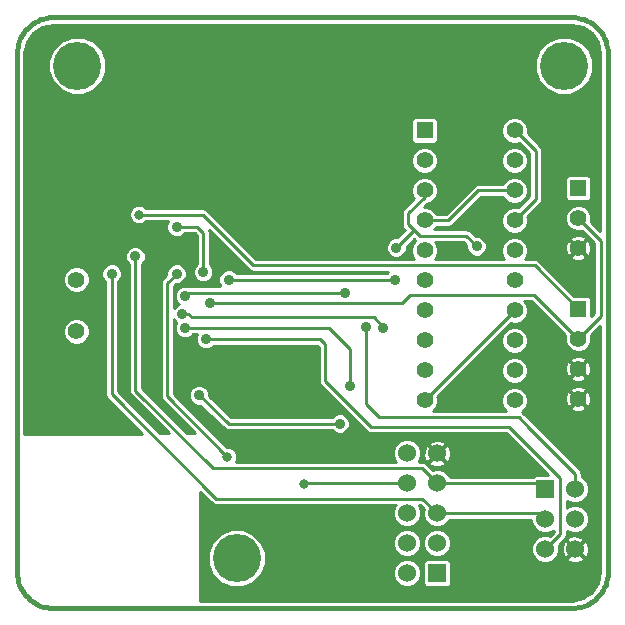
<source format=gbl>
G04 (created by PCBNEW-RS274X (2012-01-19 BZR 3256)-stable) date 24-08-2012 12:31:56*
G01*
G70*
G90*
%MOIN*%
G04 Gerber Fmt 3.4, Leading zero omitted, Abs format*
%FSLAX34Y34*%
G04 APERTURE LIST*
%ADD10C,0.006000*%
%ADD11C,0.015000*%
%ADD12C,0.055400*%
%ADD13R,0.055000X0.055000*%
%ADD14C,0.055000*%
%ADD15R,0.060000X0.060000*%
%ADD16C,0.060000*%
%ADD17C,0.160000*%
%ADD18C,0.035000*%
%ADD19C,0.031500*%
%ADD20C,0.010000*%
G04 APERTURE END LIST*
G54D10*
G54D11*
X51378Y-59449D02*
X51480Y-59444D01*
X51583Y-59431D01*
X51683Y-59408D01*
X51781Y-59377D01*
X51877Y-59338D01*
X51968Y-59290D01*
X52055Y-59235D01*
X52137Y-59172D01*
X52213Y-59103D01*
X52282Y-59027D01*
X52345Y-58945D01*
X52400Y-58858D01*
X52448Y-58767D01*
X52487Y-58671D01*
X52518Y-58573D01*
X52541Y-58473D01*
X52554Y-58370D01*
X52559Y-58268D01*
X52559Y-40945D02*
X52554Y-40843D01*
X52541Y-40740D01*
X52518Y-40640D01*
X52487Y-40542D01*
X52448Y-40446D01*
X52400Y-40355D01*
X52345Y-40268D01*
X52282Y-40186D01*
X52213Y-40110D01*
X52137Y-40041D01*
X52055Y-39978D01*
X51968Y-39923D01*
X51877Y-39875D01*
X51781Y-39836D01*
X51683Y-39805D01*
X51583Y-39782D01*
X51480Y-39769D01*
X51378Y-39764D01*
X32874Y-58268D02*
X32879Y-58370D01*
X32892Y-58473D01*
X32915Y-58573D01*
X32946Y-58671D01*
X32985Y-58767D01*
X33033Y-58858D01*
X33088Y-58945D01*
X33151Y-59027D01*
X33220Y-59103D01*
X33296Y-59172D01*
X33378Y-59235D01*
X33465Y-59290D01*
X33556Y-59338D01*
X33652Y-59377D01*
X33750Y-59408D01*
X33850Y-59431D01*
X33953Y-59444D01*
X34055Y-59449D01*
X34055Y-39764D02*
X33953Y-39769D01*
X33850Y-39782D01*
X33750Y-39805D01*
X33652Y-39836D01*
X33556Y-39875D01*
X33465Y-39923D01*
X33378Y-39978D01*
X33296Y-40041D01*
X33220Y-40110D01*
X33151Y-40186D01*
X33088Y-40268D01*
X33033Y-40355D01*
X32985Y-40446D01*
X32946Y-40542D01*
X32915Y-40640D01*
X32892Y-40740D01*
X32879Y-40843D01*
X32874Y-40945D01*
X32874Y-58268D02*
X32874Y-40945D01*
X51378Y-59449D02*
X34055Y-59449D01*
X52559Y-40945D02*
X52559Y-58268D01*
X34055Y-39764D02*
X51378Y-39764D01*
G54D12*
X34843Y-48504D03*
X34843Y-50236D03*
G54D13*
X51575Y-49484D03*
G54D14*
X51575Y-50484D03*
X51575Y-51484D03*
X51575Y-52484D03*
G54D15*
X46878Y-58299D03*
G54D16*
X45878Y-58299D03*
X46878Y-57299D03*
X45878Y-57299D03*
X46878Y-56299D03*
X45878Y-56299D03*
X46878Y-55299D03*
X45878Y-55299D03*
X46878Y-54299D03*
X45878Y-54299D03*
G54D15*
X50484Y-55496D03*
G54D16*
X51484Y-55496D03*
X50484Y-56496D03*
X51484Y-56496D03*
X50484Y-57496D03*
X51484Y-57496D03*
G54D13*
X46453Y-43531D03*
G54D14*
X46453Y-44531D03*
X46453Y-45531D03*
X46453Y-46531D03*
X46453Y-47531D03*
X46453Y-48531D03*
X46453Y-49531D03*
X46453Y-50531D03*
X46453Y-51531D03*
X46453Y-52531D03*
X49453Y-52531D03*
X49453Y-51531D03*
X49453Y-50531D03*
X49453Y-49531D03*
X49453Y-48531D03*
X49453Y-47531D03*
X49453Y-46531D03*
X49453Y-45531D03*
X49453Y-44531D03*
X49453Y-43531D03*
G54D13*
X51575Y-45457D03*
G54D14*
X51575Y-46457D03*
X51575Y-47457D03*
G54D17*
X34882Y-41378D03*
X51103Y-41378D03*
X40197Y-57795D03*
G54D18*
X45473Y-48504D03*
X39921Y-48504D03*
X38465Y-49055D03*
X43819Y-48937D03*
X38386Y-49646D03*
X45079Y-50118D03*
X43977Y-52047D03*
X38465Y-50118D03*
X38937Y-52362D03*
X43622Y-53307D03*
X39077Y-48258D03*
X38189Y-46752D03*
X44488Y-50098D03*
X39291Y-49291D03*
G54D19*
X42756Y-44134D03*
X34921Y-49685D03*
X42835Y-47441D03*
X34882Y-51102D03*
G54D18*
X42559Y-51732D03*
G54D19*
X37244Y-51378D03*
X42441Y-55315D03*
G54D18*
X36811Y-47736D03*
G54D19*
X39882Y-54409D03*
G54D18*
X38189Y-48307D03*
X48189Y-47402D03*
X45512Y-47441D03*
X39173Y-50492D03*
X36026Y-48309D03*
G54D19*
X36929Y-46339D03*
G54D20*
X45473Y-48504D02*
X39921Y-48504D01*
X38465Y-49055D02*
X38583Y-48937D01*
X38583Y-48937D02*
X38780Y-48937D01*
X38780Y-48937D02*
X43819Y-48937D01*
X38701Y-49764D02*
X44764Y-49764D01*
X45079Y-50079D02*
X45079Y-50118D01*
X38386Y-49646D02*
X38583Y-49646D01*
X38583Y-49646D02*
X38701Y-49764D01*
X44764Y-49764D02*
X45079Y-50079D01*
X38465Y-50118D02*
X43268Y-50118D01*
X43977Y-50827D02*
X43977Y-52047D01*
X43268Y-50118D02*
X43977Y-50827D01*
X39921Y-53307D02*
X43622Y-53307D01*
X38937Y-52362D02*
X39921Y-53307D01*
X39075Y-46949D02*
X39077Y-48258D01*
X50748Y-54252D02*
X51484Y-54988D01*
X38878Y-46752D02*
X39075Y-46949D01*
X38189Y-46752D02*
X38878Y-46752D01*
X44488Y-50098D02*
X44488Y-52638D01*
X51484Y-54988D02*
X51484Y-55496D01*
X51484Y-54988D02*
X51484Y-55496D01*
X44488Y-52638D02*
X44941Y-53091D01*
X49587Y-53091D02*
X49942Y-53446D01*
X49942Y-53446D02*
X50748Y-54252D01*
X44941Y-53091D02*
X49587Y-53091D01*
X44606Y-49291D02*
X45709Y-49291D01*
X51575Y-50472D02*
X52323Y-49724D01*
X52323Y-49724D02*
X52323Y-47205D01*
X39291Y-49291D02*
X44606Y-49291D01*
X51583Y-50492D02*
X51575Y-50484D01*
X45709Y-49291D02*
X45984Y-49016D01*
X50107Y-49016D02*
X51575Y-50484D01*
X52323Y-47205D02*
X51575Y-46457D01*
X51575Y-50484D02*
X51575Y-50472D01*
X45984Y-49016D02*
X50107Y-49016D01*
X42756Y-47362D02*
X42756Y-44134D01*
X42835Y-47441D02*
X42756Y-47362D01*
X42441Y-55315D02*
X42457Y-55299D01*
X42457Y-55299D02*
X45878Y-55299D01*
X46890Y-55299D02*
X50287Y-55299D01*
X39410Y-54803D02*
X36811Y-52204D01*
X39488Y-54803D02*
X39410Y-54803D01*
X39488Y-54803D02*
X46382Y-54803D01*
X46382Y-54803D02*
X46878Y-55299D01*
X50287Y-55299D02*
X50484Y-55496D01*
X36811Y-52204D02*
X36811Y-47736D01*
X50287Y-55299D02*
X50484Y-55496D01*
X46878Y-55299D02*
X46890Y-55299D01*
X46890Y-55299D02*
X46878Y-55299D01*
X37874Y-52402D02*
X37875Y-52402D01*
X37875Y-52402D02*
X39882Y-54409D01*
X37874Y-48622D02*
X37874Y-52402D01*
X38189Y-48307D02*
X37874Y-48622D01*
X46453Y-45752D02*
X45906Y-46299D01*
X47834Y-47047D02*
X48189Y-47402D01*
X45906Y-46299D02*
X45906Y-46654D01*
X45906Y-46654D02*
X46123Y-46871D01*
X46453Y-45531D02*
X46453Y-45752D01*
X46123Y-46871D02*
X46082Y-46871D01*
X45512Y-47441D02*
X46082Y-46871D01*
X46299Y-47047D02*
X47834Y-47047D01*
X46123Y-46871D02*
X46299Y-47047D01*
X42618Y-50492D02*
X39173Y-50492D01*
X43150Y-51890D02*
X44666Y-53406D01*
X42618Y-50492D02*
X42973Y-50492D01*
X43150Y-50669D02*
X43150Y-51890D01*
X49272Y-53406D02*
X50472Y-54606D01*
X50984Y-56996D02*
X50984Y-55118D01*
X42973Y-50492D02*
X43150Y-50669D01*
X50484Y-57496D02*
X50984Y-56996D01*
X44666Y-53406D02*
X49272Y-53406D01*
X50472Y-54606D02*
X50984Y-55118D01*
X50158Y-45826D02*
X49453Y-46531D01*
X50158Y-44212D02*
X50158Y-45826D01*
X49477Y-43531D02*
X50158Y-44212D01*
X49453Y-43531D02*
X49477Y-43531D01*
X46453Y-52531D02*
X49453Y-49531D01*
X48248Y-45531D02*
X49453Y-45531D01*
X47248Y-46531D02*
X48248Y-45531D01*
X46453Y-46531D02*
X47248Y-46531D01*
X36024Y-52323D02*
X39508Y-55807D01*
X46878Y-56299D02*
X46878Y-56299D01*
X36026Y-48309D02*
X36024Y-48311D01*
X36024Y-48311D02*
X36024Y-52323D01*
X42626Y-55807D02*
X46386Y-55807D01*
X42626Y-55807D02*
X42646Y-55807D01*
X46878Y-56299D02*
X50287Y-56299D01*
X50287Y-56299D02*
X50484Y-56496D01*
X46386Y-55807D02*
X46878Y-56299D01*
X39508Y-55807D02*
X42626Y-55807D01*
X41063Y-48031D02*
X40747Y-48031D01*
X40747Y-48031D02*
X39055Y-46339D01*
X39055Y-46339D02*
X36929Y-46339D01*
X41063Y-48031D02*
X50122Y-48031D01*
X51575Y-49484D02*
X50122Y-48031D01*
G54D10*
G36*
X50586Y-55028D02*
X50151Y-55028D01*
X50089Y-55053D01*
X50061Y-55081D01*
X47339Y-55081D01*
X47339Y-54217D01*
X47273Y-54047D01*
X47261Y-54032D01*
X47185Y-54005D01*
X47172Y-54018D01*
X47172Y-53992D01*
X47145Y-53916D01*
X46978Y-53842D01*
X46796Y-53838D01*
X46626Y-53904D01*
X46611Y-53916D01*
X46584Y-53992D01*
X46878Y-54286D01*
X47172Y-53992D01*
X47172Y-54018D01*
X46891Y-54299D01*
X47185Y-54593D01*
X47261Y-54566D01*
X47335Y-54399D01*
X47339Y-54217D01*
X47339Y-55081D01*
X47294Y-55081D01*
X47275Y-55034D01*
X47172Y-54931D01*
X47172Y-54606D01*
X46878Y-54312D01*
X46865Y-54325D01*
X46865Y-54299D01*
X46571Y-54005D01*
X46495Y-54032D01*
X46421Y-54199D01*
X46417Y-54381D01*
X46483Y-54551D01*
X46495Y-54566D01*
X46571Y-54593D01*
X46865Y-54299D01*
X46865Y-54325D01*
X46584Y-54606D01*
X46611Y-54682D01*
X46778Y-54756D01*
X46960Y-54760D01*
X47130Y-54694D01*
X47145Y-54682D01*
X47172Y-54606D01*
X47172Y-54931D01*
X47143Y-54902D01*
X46971Y-54831D01*
X46785Y-54831D01*
X46737Y-54850D01*
X46536Y-54649D01*
X46465Y-54602D01*
X46382Y-54585D01*
X46254Y-54585D01*
X46275Y-54564D01*
X46346Y-54392D01*
X46346Y-54206D01*
X46275Y-54034D01*
X46143Y-53902D01*
X45971Y-53831D01*
X45785Y-53831D01*
X45613Y-53902D01*
X45481Y-54034D01*
X45410Y-54206D01*
X45410Y-54392D01*
X45481Y-54564D01*
X45502Y-54585D01*
X43964Y-54585D01*
X43964Y-53375D01*
X43964Y-53239D01*
X43912Y-53113D01*
X43816Y-53017D01*
X43690Y-52965D01*
X43554Y-52965D01*
X43428Y-53017D01*
X43356Y-53089D01*
X40009Y-53089D01*
X39279Y-52388D01*
X39279Y-52294D01*
X39227Y-52168D01*
X39131Y-52072D01*
X39005Y-52020D01*
X38869Y-52020D01*
X38743Y-52072D01*
X38647Y-52168D01*
X38595Y-52294D01*
X38595Y-52430D01*
X38647Y-52556D01*
X38743Y-52652D01*
X38869Y-52704D01*
X38979Y-52704D01*
X39763Y-53455D01*
X39767Y-53461D01*
X39771Y-53463D01*
X39838Y-53508D01*
X39841Y-53508D01*
X39842Y-53509D01*
X39848Y-53510D01*
X39921Y-53525D01*
X43356Y-53525D01*
X43428Y-53597D01*
X43554Y-53649D01*
X43690Y-53649D01*
X43816Y-53597D01*
X43912Y-53501D01*
X43964Y-53375D01*
X43964Y-54585D01*
X40160Y-54585D01*
X40207Y-54474D01*
X40207Y-54345D01*
X40158Y-54225D01*
X40067Y-54134D01*
X39947Y-54084D01*
X39865Y-54084D01*
X38092Y-52311D01*
X38092Y-49830D01*
X38096Y-49840D01*
X38177Y-49921D01*
X38175Y-49924D01*
X38123Y-50050D01*
X38123Y-50186D01*
X38175Y-50312D01*
X38271Y-50408D01*
X38397Y-50460D01*
X38533Y-50460D01*
X38659Y-50408D01*
X38731Y-50336D01*
X38867Y-50336D01*
X38831Y-50424D01*
X38831Y-50560D01*
X38883Y-50686D01*
X38979Y-50782D01*
X39105Y-50834D01*
X39241Y-50834D01*
X39367Y-50782D01*
X39439Y-50710D01*
X42618Y-50710D01*
X42883Y-50710D01*
X42932Y-50759D01*
X42932Y-51890D01*
X42949Y-51973D01*
X42996Y-52044D01*
X44511Y-53559D01*
X44512Y-53560D01*
X44582Y-53606D01*
X44583Y-53607D01*
X44665Y-53623D01*
X44666Y-53624D01*
X49182Y-53624D01*
X50318Y-54760D01*
X50586Y-55028D01*
X50586Y-55028D01*
G37*
G54D20*
X50586Y-55028D02*
X50151Y-55028D01*
X50089Y-55053D01*
X50061Y-55081D01*
X47339Y-55081D01*
X47339Y-54217D01*
X47273Y-54047D01*
X47261Y-54032D01*
X47185Y-54005D01*
X47172Y-54018D01*
X47172Y-53992D01*
X47145Y-53916D01*
X46978Y-53842D01*
X46796Y-53838D01*
X46626Y-53904D01*
X46611Y-53916D01*
X46584Y-53992D01*
X46878Y-54286D01*
X47172Y-53992D01*
X47172Y-54018D01*
X46891Y-54299D01*
X47185Y-54593D01*
X47261Y-54566D01*
X47335Y-54399D01*
X47339Y-54217D01*
X47339Y-55081D01*
X47294Y-55081D01*
X47275Y-55034D01*
X47172Y-54931D01*
X47172Y-54606D01*
X46878Y-54312D01*
X46865Y-54325D01*
X46865Y-54299D01*
X46571Y-54005D01*
X46495Y-54032D01*
X46421Y-54199D01*
X46417Y-54381D01*
X46483Y-54551D01*
X46495Y-54566D01*
X46571Y-54593D01*
X46865Y-54299D01*
X46865Y-54325D01*
X46584Y-54606D01*
X46611Y-54682D01*
X46778Y-54756D01*
X46960Y-54760D01*
X47130Y-54694D01*
X47145Y-54682D01*
X47172Y-54606D01*
X47172Y-54931D01*
X47143Y-54902D01*
X46971Y-54831D01*
X46785Y-54831D01*
X46737Y-54850D01*
X46536Y-54649D01*
X46465Y-54602D01*
X46382Y-54585D01*
X46254Y-54585D01*
X46275Y-54564D01*
X46346Y-54392D01*
X46346Y-54206D01*
X46275Y-54034D01*
X46143Y-53902D01*
X45971Y-53831D01*
X45785Y-53831D01*
X45613Y-53902D01*
X45481Y-54034D01*
X45410Y-54206D01*
X45410Y-54392D01*
X45481Y-54564D01*
X45502Y-54585D01*
X43964Y-54585D01*
X43964Y-53375D01*
X43964Y-53239D01*
X43912Y-53113D01*
X43816Y-53017D01*
X43690Y-52965D01*
X43554Y-52965D01*
X43428Y-53017D01*
X43356Y-53089D01*
X40009Y-53089D01*
X39279Y-52388D01*
X39279Y-52294D01*
X39227Y-52168D01*
X39131Y-52072D01*
X39005Y-52020D01*
X38869Y-52020D01*
X38743Y-52072D01*
X38647Y-52168D01*
X38595Y-52294D01*
X38595Y-52430D01*
X38647Y-52556D01*
X38743Y-52652D01*
X38869Y-52704D01*
X38979Y-52704D01*
X39763Y-53455D01*
X39767Y-53461D01*
X39771Y-53463D01*
X39838Y-53508D01*
X39841Y-53508D01*
X39842Y-53509D01*
X39848Y-53510D01*
X39921Y-53525D01*
X43356Y-53525D01*
X43428Y-53597D01*
X43554Y-53649D01*
X43690Y-53649D01*
X43816Y-53597D01*
X43912Y-53501D01*
X43964Y-53375D01*
X43964Y-54585D01*
X40160Y-54585D01*
X40207Y-54474D01*
X40207Y-54345D01*
X40158Y-54225D01*
X40067Y-54134D01*
X39947Y-54084D01*
X39865Y-54084D01*
X38092Y-52311D01*
X38092Y-49830D01*
X38096Y-49840D01*
X38177Y-49921D01*
X38175Y-49924D01*
X38123Y-50050D01*
X38123Y-50186D01*
X38175Y-50312D01*
X38271Y-50408D01*
X38397Y-50460D01*
X38533Y-50460D01*
X38659Y-50408D01*
X38731Y-50336D01*
X38867Y-50336D01*
X38831Y-50424D01*
X38831Y-50560D01*
X38883Y-50686D01*
X38979Y-50782D01*
X39105Y-50834D01*
X39241Y-50834D01*
X39367Y-50782D01*
X39439Y-50710D01*
X42618Y-50710D01*
X42883Y-50710D01*
X42932Y-50759D01*
X42932Y-51890D01*
X42949Y-51973D01*
X42996Y-52044D01*
X44511Y-53559D01*
X44512Y-53560D01*
X44582Y-53606D01*
X44583Y-53607D01*
X44665Y-53623D01*
X44666Y-53624D01*
X49182Y-53624D01*
X50318Y-54760D01*
X50586Y-55028D01*
G54D10*
G36*
X52316Y-46889D02*
X52070Y-46643D01*
X52070Y-41571D01*
X52070Y-41186D01*
X51923Y-40831D01*
X51651Y-40558D01*
X51296Y-40411D01*
X50911Y-40411D01*
X50556Y-40558D01*
X50283Y-40830D01*
X50136Y-41185D01*
X50136Y-41570D01*
X50283Y-41925D01*
X50555Y-42198D01*
X50910Y-42345D01*
X51295Y-42345D01*
X51650Y-42198D01*
X51923Y-41926D01*
X52070Y-41571D01*
X52070Y-46643D01*
X52018Y-46591D01*
X52018Y-45766D01*
X52018Y-45699D01*
X52018Y-45149D01*
X51993Y-45087D01*
X51945Y-45040D01*
X51884Y-45014D01*
X51817Y-45014D01*
X51267Y-45014D01*
X51205Y-45039D01*
X51158Y-45087D01*
X51132Y-45148D01*
X51132Y-45215D01*
X51132Y-45765D01*
X51157Y-45827D01*
X51205Y-45874D01*
X51266Y-45900D01*
X51333Y-45900D01*
X51883Y-45900D01*
X51945Y-45875D01*
X51992Y-45827D01*
X52018Y-45766D01*
X52018Y-46591D01*
X52003Y-46577D01*
X52017Y-46545D01*
X52017Y-46369D01*
X51950Y-46207D01*
X51825Y-46082D01*
X51663Y-46015D01*
X51487Y-46015D01*
X51325Y-46082D01*
X51200Y-46207D01*
X51133Y-46369D01*
X51133Y-46545D01*
X51200Y-46707D01*
X51325Y-46832D01*
X51487Y-46899D01*
X51663Y-46899D01*
X51695Y-46885D01*
X52105Y-47295D01*
X52105Y-49633D01*
X52018Y-49720D01*
X52018Y-49176D01*
X52010Y-49156D01*
X52010Y-47379D01*
X51947Y-47218D01*
X51938Y-47205D01*
X51864Y-47181D01*
X51851Y-47194D01*
X51851Y-47168D01*
X51827Y-47094D01*
X51669Y-47025D01*
X51497Y-47022D01*
X51336Y-47085D01*
X51323Y-47094D01*
X51299Y-47168D01*
X51575Y-47444D01*
X51851Y-47168D01*
X51851Y-47194D01*
X51588Y-47457D01*
X51864Y-47733D01*
X51938Y-47709D01*
X52007Y-47551D01*
X52010Y-47379D01*
X52010Y-49156D01*
X51993Y-49114D01*
X51945Y-49067D01*
X51884Y-49041D01*
X51851Y-49041D01*
X51851Y-47746D01*
X51575Y-47470D01*
X51562Y-47483D01*
X51562Y-47457D01*
X51286Y-47181D01*
X51212Y-47205D01*
X51143Y-47363D01*
X51140Y-47535D01*
X51203Y-47696D01*
X51212Y-47709D01*
X51286Y-47733D01*
X51562Y-47457D01*
X51562Y-47483D01*
X51299Y-47746D01*
X51323Y-47820D01*
X51481Y-47889D01*
X51653Y-47892D01*
X51814Y-47829D01*
X51827Y-47820D01*
X51851Y-47746D01*
X51851Y-49041D01*
X51817Y-49041D01*
X51440Y-49041D01*
X50376Y-47977D01*
X50376Y-45826D01*
X50376Y-44212D01*
X50359Y-44129D01*
X50312Y-44058D01*
X49888Y-43634D01*
X49895Y-43619D01*
X49895Y-43443D01*
X49828Y-43281D01*
X49703Y-43156D01*
X49541Y-43089D01*
X49365Y-43089D01*
X49203Y-43156D01*
X49078Y-43281D01*
X49011Y-43443D01*
X49011Y-43619D01*
X49078Y-43781D01*
X49203Y-43906D01*
X49365Y-43973D01*
X49541Y-43973D01*
X49590Y-43952D01*
X49940Y-44302D01*
X49940Y-45736D01*
X49573Y-46102D01*
X49541Y-46089D01*
X49365Y-46089D01*
X49203Y-46156D01*
X49078Y-46281D01*
X49011Y-46443D01*
X49011Y-46619D01*
X49078Y-46781D01*
X49203Y-46906D01*
X49365Y-46973D01*
X49541Y-46973D01*
X49703Y-46906D01*
X49828Y-46781D01*
X49895Y-46619D01*
X49895Y-46443D01*
X49881Y-46410D01*
X50312Y-45980D01*
X50359Y-45909D01*
X50376Y-45826D01*
X50376Y-47977D01*
X50276Y-47877D01*
X50205Y-47830D01*
X50122Y-47813D01*
X49796Y-47813D01*
X49828Y-47781D01*
X49895Y-47619D01*
X49895Y-47443D01*
X49828Y-47281D01*
X49703Y-47156D01*
X49541Y-47089D01*
X49365Y-47089D01*
X49203Y-47156D01*
X49078Y-47281D01*
X49011Y-47443D01*
X49011Y-47619D01*
X49078Y-47781D01*
X49110Y-47813D01*
X46796Y-47813D01*
X46828Y-47781D01*
X46895Y-47619D01*
X46895Y-47443D01*
X46828Y-47281D01*
X46812Y-47265D01*
X47744Y-47265D01*
X47847Y-47368D01*
X47847Y-47470D01*
X47899Y-47596D01*
X47995Y-47692D01*
X48121Y-47744D01*
X48257Y-47744D01*
X48383Y-47692D01*
X48479Y-47596D01*
X48531Y-47470D01*
X48531Y-47334D01*
X48479Y-47208D01*
X48383Y-47112D01*
X48257Y-47060D01*
X48155Y-47060D01*
X47988Y-46893D01*
X47917Y-46846D01*
X47834Y-46829D01*
X46780Y-46829D01*
X46828Y-46781D01*
X46841Y-46749D01*
X47248Y-46749D01*
X47331Y-46732D01*
X47402Y-46685D01*
X48338Y-45749D01*
X49064Y-45749D01*
X49078Y-45781D01*
X49203Y-45906D01*
X49365Y-45973D01*
X49541Y-45973D01*
X49703Y-45906D01*
X49828Y-45781D01*
X49895Y-45619D01*
X49895Y-45443D01*
X49895Y-44619D01*
X49895Y-44443D01*
X49828Y-44281D01*
X49703Y-44156D01*
X49541Y-44089D01*
X49365Y-44089D01*
X49203Y-44156D01*
X49078Y-44281D01*
X49011Y-44443D01*
X49011Y-44619D01*
X49078Y-44781D01*
X49203Y-44906D01*
X49365Y-44973D01*
X49541Y-44973D01*
X49703Y-44906D01*
X49828Y-44781D01*
X49895Y-44619D01*
X49895Y-45443D01*
X49828Y-45281D01*
X49703Y-45156D01*
X49541Y-45089D01*
X49365Y-45089D01*
X49203Y-45156D01*
X49078Y-45281D01*
X49064Y-45313D01*
X48248Y-45313D01*
X48164Y-45330D01*
X48094Y-45377D01*
X47158Y-46313D01*
X46896Y-46313D01*
X46896Y-43840D01*
X46896Y-43773D01*
X46896Y-43223D01*
X46871Y-43161D01*
X46823Y-43114D01*
X46762Y-43088D01*
X46695Y-43088D01*
X46145Y-43088D01*
X46083Y-43113D01*
X46036Y-43161D01*
X46010Y-43222D01*
X46010Y-43289D01*
X46010Y-43839D01*
X46035Y-43901D01*
X46083Y-43948D01*
X46144Y-43974D01*
X46211Y-43974D01*
X46761Y-43974D01*
X46823Y-43949D01*
X46870Y-43901D01*
X46896Y-43840D01*
X46896Y-46313D01*
X46841Y-46313D01*
X46828Y-46281D01*
X46703Y-46156D01*
X46541Y-46089D01*
X46424Y-46089D01*
X46540Y-45973D01*
X46541Y-45973D01*
X46703Y-45906D01*
X46828Y-45781D01*
X46895Y-45619D01*
X46895Y-45443D01*
X46895Y-44619D01*
X46895Y-44443D01*
X46828Y-44281D01*
X46703Y-44156D01*
X46541Y-44089D01*
X46365Y-44089D01*
X46203Y-44156D01*
X46078Y-44281D01*
X46011Y-44443D01*
X46011Y-44619D01*
X46078Y-44781D01*
X46203Y-44906D01*
X46365Y-44973D01*
X46541Y-44973D01*
X46703Y-44906D01*
X46828Y-44781D01*
X46895Y-44619D01*
X46895Y-45443D01*
X46828Y-45281D01*
X46703Y-45156D01*
X46541Y-45089D01*
X46365Y-45089D01*
X46203Y-45156D01*
X46078Y-45281D01*
X46011Y-45443D01*
X46011Y-45619D01*
X46078Y-45781D01*
X46096Y-45799D01*
X45752Y-46145D01*
X45705Y-46216D01*
X45688Y-46299D01*
X45688Y-46654D01*
X45705Y-46737D01*
X45752Y-46808D01*
X45794Y-46850D01*
X45546Y-47099D01*
X45444Y-47099D01*
X45318Y-47151D01*
X45222Y-47247D01*
X45170Y-47373D01*
X45170Y-47509D01*
X45222Y-47635D01*
X45318Y-47731D01*
X45444Y-47783D01*
X45580Y-47783D01*
X45706Y-47731D01*
X45802Y-47635D01*
X45854Y-47509D01*
X45854Y-47407D01*
X46102Y-47158D01*
X46144Y-47201D01*
X46145Y-47201D01*
X46152Y-47206D01*
X46078Y-47281D01*
X46011Y-47443D01*
X46011Y-47619D01*
X46078Y-47781D01*
X46110Y-47813D01*
X41063Y-47813D01*
X40837Y-47813D01*
X39209Y-46185D01*
X39138Y-46138D01*
X39055Y-46121D01*
X37171Y-46121D01*
X37114Y-46064D01*
X36994Y-46014D01*
X36865Y-46014D01*
X36745Y-46063D01*
X36654Y-46154D01*
X36604Y-46274D01*
X36604Y-46403D01*
X36653Y-46523D01*
X36744Y-46614D01*
X36864Y-46664D01*
X36993Y-46664D01*
X37113Y-46615D01*
X37171Y-46557D01*
X37900Y-46557D01*
X37899Y-46558D01*
X37847Y-46684D01*
X37847Y-46820D01*
X37899Y-46946D01*
X37995Y-47042D01*
X38121Y-47094D01*
X38257Y-47094D01*
X38383Y-47042D01*
X38455Y-46970D01*
X38787Y-46970D01*
X38857Y-47039D01*
X38858Y-47992D01*
X38787Y-48064D01*
X38735Y-48190D01*
X38735Y-48326D01*
X38787Y-48452D01*
X38883Y-48548D01*
X39009Y-48600D01*
X39145Y-48600D01*
X39271Y-48548D01*
X39367Y-48452D01*
X39419Y-48326D01*
X39419Y-48190D01*
X39367Y-48064D01*
X39294Y-47991D01*
X39293Y-46949D01*
X39276Y-46868D01*
X40592Y-48185D01*
X40593Y-48185D01*
X40639Y-48215D01*
X40663Y-48231D01*
X40664Y-48232D01*
X40746Y-48248D01*
X40747Y-48249D01*
X41063Y-48249D01*
X45244Y-48249D01*
X45207Y-48286D01*
X40187Y-48286D01*
X40115Y-48214D01*
X39989Y-48162D01*
X39853Y-48162D01*
X39727Y-48214D01*
X39631Y-48310D01*
X39579Y-48436D01*
X39579Y-48572D01*
X39631Y-48698D01*
X39652Y-48719D01*
X38780Y-48719D01*
X38583Y-48719D01*
X38559Y-48723D01*
X38533Y-48713D01*
X38397Y-48713D01*
X38271Y-48765D01*
X38175Y-48861D01*
X38123Y-48987D01*
X38123Y-49123D01*
X38175Y-49249D01*
X38255Y-49329D01*
X38192Y-49356D01*
X38096Y-49452D01*
X38092Y-49461D01*
X38092Y-48712D01*
X38155Y-48649D01*
X38257Y-48649D01*
X38383Y-48597D01*
X38479Y-48501D01*
X38531Y-48375D01*
X38531Y-48239D01*
X38479Y-48113D01*
X38383Y-48017D01*
X38257Y-47965D01*
X38121Y-47965D01*
X37995Y-48017D01*
X37899Y-48113D01*
X37847Y-48239D01*
X37847Y-48341D01*
X37720Y-48468D01*
X37673Y-48539D01*
X37656Y-48622D01*
X37656Y-52402D01*
X37673Y-52485D01*
X37720Y-52556D01*
X37721Y-52556D01*
X37722Y-52557D01*
X38796Y-53631D01*
X38547Y-53632D01*
X37029Y-52113D01*
X37029Y-48002D01*
X37101Y-47930D01*
X37153Y-47804D01*
X37153Y-47668D01*
X37101Y-47542D01*
X37005Y-47446D01*
X36879Y-47394D01*
X36743Y-47394D01*
X36617Y-47446D01*
X36521Y-47542D01*
X36469Y-47668D01*
X36469Y-47804D01*
X36521Y-47930D01*
X36593Y-48002D01*
X36593Y-52204D01*
X36610Y-52287D01*
X36657Y-52358D01*
X37932Y-53634D01*
X37644Y-53635D01*
X36242Y-52233D01*
X36242Y-48577D01*
X36316Y-48503D01*
X36368Y-48377D01*
X36368Y-48241D01*
X36316Y-48115D01*
X36220Y-48019D01*
X36094Y-47967D01*
X35958Y-47967D01*
X35849Y-48011D01*
X35849Y-41571D01*
X35849Y-41186D01*
X35702Y-40831D01*
X35430Y-40558D01*
X35075Y-40411D01*
X34690Y-40411D01*
X34335Y-40558D01*
X34062Y-40830D01*
X33915Y-41185D01*
X33915Y-41570D01*
X34062Y-41925D01*
X34334Y-42198D01*
X34689Y-42345D01*
X35074Y-42345D01*
X35429Y-42198D01*
X35702Y-41926D01*
X35849Y-41571D01*
X35849Y-48011D01*
X35832Y-48019D01*
X35736Y-48115D01*
X35684Y-48241D01*
X35684Y-48377D01*
X35736Y-48503D01*
X35806Y-48573D01*
X35806Y-52323D01*
X35823Y-52406D01*
X35870Y-52477D01*
X37030Y-53637D01*
X35287Y-53642D01*
X35287Y-50325D01*
X35287Y-50148D01*
X35287Y-48593D01*
X35287Y-48416D01*
X35220Y-48253D01*
X35095Y-48128D01*
X34932Y-48060D01*
X34755Y-48060D01*
X34592Y-48127D01*
X34467Y-48252D01*
X34399Y-48415D01*
X34399Y-48592D01*
X34466Y-48755D01*
X34591Y-48880D01*
X34754Y-48948D01*
X34931Y-48948D01*
X35094Y-48881D01*
X35219Y-48756D01*
X35287Y-48593D01*
X35287Y-50148D01*
X35220Y-49985D01*
X35095Y-49860D01*
X34932Y-49792D01*
X34755Y-49792D01*
X34592Y-49859D01*
X34467Y-49984D01*
X34399Y-50147D01*
X34399Y-50324D01*
X34466Y-50487D01*
X34591Y-50612D01*
X34754Y-50680D01*
X34931Y-50680D01*
X35094Y-50613D01*
X35219Y-50488D01*
X35287Y-50325D01*
X35287Y-53642D01*
X33117Y-53649D01*
X33117Y-40967D01*
X33192Y-40587D01*
X33396Y-40284D01*
X33696Y-40082D01*
X34076Y-40007D01*
X51355Y-40007D01*
X51735Y-40082D01*
X52038Y-40286D01*
X52240Y-40586D01*
X52316Y-40966D01*
X52316Y-46889D01*
X52316Y-46889D01*
G37*
G54D20*
X52316Y-46889D02*
X52070Y-46643D01*
X52070Y-41571D01*
X52070Y-41186D01*
X51923Y-40831D01*
X51651Y-40558D01*
X51296Y-40411D01*
X50911Y-40411D01*
X50556Y-40558D01*
X50283Y-40830D01*
X50136Y-41185D01*
X50136Y-41570D01*
X50283Y-41925D01*
X50555Y-42198D01*
X50910Y-42345D01*
X51295Y-42345D01*
X51650Y-42198D01*
X51923Y-41926D01*
X52070Y-41571D01*
X52070Y-46643D01*
X52018Y-46591D01*
X52018Y-45766D01*
X52018Y-45699D01*
X52018Y-45149D01*
X51993Y-45087D01*
X51945Y-45040D01*
X51884Y-45014D01*
X51817Y-45014D01*
X51267Y-45014D01*
X51205Y-45039D01*
X51158Y-45087D01*
X51132Y-45148D01*
X51132Y-45215D01*
X51132Y-45765D01*
X51157Y-45827D01*
X51205Y-45874D01*
X51266Y-45900D01*
X51333Y-45900D01*
X51883Y-45900D01*
X51945Y-45875D01*
X51992Y-45827D01*
X52018Y-45766D01*
X52018Y-46591D01*
X52003Y-46577D01*
X52017Y-46545D01*
X52017Y-46369D01*
X51950Y-46207D01*
X51825Y-46082D01*
X51663Y-46015D01*
X51487Y-46015D01*
X51325Y-46082D01*
X51200Y-46207D01*
X51133Y-46369D01*
X51133Y-46545D01*
X51200Y-46707D01*
X51325Y-46832D01*
X51487Y-46899D01*
X51663Y-46899D01*
X51695Y-46885D01*
X52105Y-47295D01*
X52105Y-49633D01*
X52018Y-49720D01*
X52018Y-49176D01*
X52010Y-49156D01*
X52010Y-47379D01*
X51947Y-47218D01*
X51938Y-47205D01*
X51864Y-47181D01*
X51851Y-47194D01*
X51851Y-47168D01*
X51827Y-47094D01*
X51669Y-47025D01*
X51497Y-47022D01*
X51336Y-47085D01*
X51323Y-47094D01*
X51299Y-47168D01*
X51575Y-47444D01*
X51851Y-47168D01*
X51851Y-47194D01*
X51588Y-47457D01*
X51864Y-47733D01*
X51938Y-47709D01*
X52007Y-47551D01*
X52010Y-47379D01*
X52010Y-49156D01*
X51993Y-49114D01*
X51945Y-49067D01*
X51884Y-49041D01*
X51851Y-49041D01*
X51851Y-47746D01*
X51575Y-47470D01*
X51562Y-47483D01*
X51562Y-47457D01*
X51286Y-47181D01*
X51212Y-47205D01*
X51143Y-47363D01*
X51140Y-47535D01*
X51203Y-47696D01*
X51212Y-47709D01*
X51286Y-47733D01*
X51562Y-47457D01*
X51562Y-47483D01*
X51299Y-47746D01*
X51323Y-47820D01*
X51481Y-47889D01*
X51653Y-47892D01*
X51814Y-47829D01*
X51827Y-47820D01*
X51851Y-47746D01*
X51851Y-49041D01*
X51817Y-49041D01*
X51440Y-49041D01*
X50376Y-47977D01*
X50376Y-45826D01*
X50376Y-44212D01*
X50359Y-44129D01*
X50312Y-44058D01*
X49888Y-43634D01*
X49895Y-43619D01*
X49895Y-43443D01*
X49828Y-43281D01*
X49703Y-43156D01*
X49541Y-43089D01*
X49365Y-43089D01*
X49203Y-43156D01*
X49078Y-43281D01*
X49011Y-43443D01*
X49011Y-43619D01*
X49078Y-43781D01*
X49203Y-43906D01*
X49365Y-43973D01*
X49541Y-43973D01*
X49590Y-43952D01*
X49940Y-44302D01*
X49940Y-45736D01*
X49573Y-46102D01*
X49541Y-46089D01*
X49365Y-46089D01*
X49203Y-46156D01*
X49078Y-46281D01*
X49011Y-46443D01*
X49011Y-46619D01*
X49078Y-46781D01*
X49203Y-46906D01*
X49365Y-46973D01*
X49541Y-46973D01*
X49703Y-46906D01*
X49828Y-46781D01*
X49895Y-46619D01*
X49895Y-46443D01*
X49881Y-46410D01*
X50312Y-45980D01*
X50359Y-45909D01*
X50376Y-45826D01*
X50376Y-47977D01*
X50276Y-47877D01*
X50205Y-47830D01*
X50122Y-47813D01*
X49796Y-47813D01*
X49828Y-47781D01*
X49895Y-47619D01*
X49895Y-47443D01*
X49828Y-47281D01*
X49703Y-47156D01*
X49541Y-47089D01*
X49365Y-47089D01*
X49203Y-47156D01*
X49078Y-47281D01*
X49011Y-47443D01*
X49011Y-47619D01*
X49078Y-47781D01*
X49110Y-47813D01*
X46796Y-47813D01*
X46828Y-47781D01*
X46895Y-47619D01*
X46895Y-47443D01*
X46828Y-47281D01*
X46812Y-47265D01*
X47744Y-47265D01*
X47847Y-47368D01*
X47847Y-47470D01*
X47899Y-47596D01*
X47995Y-47692D01*
X48121Y-47744D01*
X48257Y-47744D01*
X48383Y-47692D01*
X48479Y-47596D01*
X48531Y-47470D01*
X48531Y-47334D01*
X48479Y-47208D01*
X48383Y-47112D01*
X48257Y-47060D01*
X48155Y-47060D01*
X47988Y-46893D01*
X47917Y-46846D01*
X47834Y-46829D01*
X46780Y-46829D01*
X46828Y-46781D01*
X46841Y-46749D01*
X47248Y-46749D01*
X47331Y-46732D01*
X47402Y-46685D01*
X48338Y-45749D01*
X49064Y-45749D01*
X49078Y-45781D01*
X49203Y-45906D01*
X49365Y-45973D01*
X49541Y-45973D01*
X49703Y-45906D01*
X49828Y-45781D01*
X49895Y-45619D01*
X49895Y-45443D01*
X49895Y-44619D01*
X49895Y-44443D01*
X49828Y-44281D01*
X49703Y-44156D01*
X49541Y-44089D01*
X49365Y-44089D01*
X49203Y-44156D01*
X49078Y-44281D01*
X49011Y-44443D01*
X49011Y-44619D01*
X49078Y-44781D01*
X49203Y-44906D01*
X49365Y-44973D01*
X49541Y-44973D01*
X49703Y-44906D01*
X49828Y-44781D01*
X49895Y-44619D01*
X49895Y-45443D01*
X49828Y-45281D01*
X49703Y-45156D01*
X49541Y-45089D01*
X49365Y-45089D01*
X49203Y-45156D01*
X49078Y-45281D01*
X49064Y-45313D01*
X48248Y-45313D01*
X48164Y-45330D01*
X48094Y-45377D01*
X47158Y-46313D01*
X46896Y-46313D01*
X46896Y-43840D01*
X46896Y-43773D01*
X46896Y-43223D01*
X46871Y-43161D01*
X46823Y-43114D01*
X46762Y-43088D01*
X46695Y-43088D01*
X46145Y-43088D01*
X46083Y-43113D01*
X46036Y-43161D01*
X46010Y-43222D01*
X46010Y-43289D01*
X46010Y-43839D01*
X46035Y-43901D01*
X46083Y-43948D01*
X46144Y-43974D01*
X46211Y-43974D01*
X46761Y-43974D01*
X46823Y-43949D01*
X46870Y-43901D01*
X46896Y-43840D01*
X46896Y-46313D01*
X46841Y-46313D01*
X46828Y-46281D01*
X46703Y-46156D01*
X46541Y-46089D01*
X46424Y-46089D01*
X46540Y-45973D01*
X46541Y-45973D01*
X46703Y-45906D01*
X46828Y-45781D01*
X46895Y-45619D01*
X46895Y-45443D01*
X46895Y-44619D01*
X46895Y-44443D01*
X46828Y-44281D01*
X46703Y-44156D01*
X46541Y-44089D01*
X46365Y-44089D01*
X46203Y-44156D01*
X46078Y-44281D01*
X46011Y-44443D01*
X46011Y-44619D01*
X46078Y-44781D01*
X46203Y-44906D01*
X46365Y-44973D01*
X46541Y-44973D01*
X46703Y-44906D01*
X46828Y-44781D01*
X46895Y-44619D01*
X46895Y-45443D01*
X46828Y-45281D01*
X46703Y-45156D01*
X46541Y-45089D01*
X46365Y-45089D01*
X46203Y-45156D01*
X46078Y-45281D01*
X46011Y-45443D01*
X46011Y-45619D01*
X46078Y-45781D01*
X46096Y-45799D01*
X45752Y-46145D01*
X45705Y-46216D01*
X45688Y-46299D01*
X45688Y-46654D01*
X45705Y-46737D01*
X45752Y-46808D01*
X45794Y-46850D01*
X45546Y-47099D01*
X45444Y-47099D01*
X45318Y-47151D01*
X45222Y-47247D01*
X45170Y-47373D01*
X45170Y-47509D01*
X45222Y-47635D01*
X45318Y-47731D01*
X45444Y-47783D01*
X45580Y-47783D01*
X45706Y-47731D01*
X45802Y-47635D01*
X45854Y-47509D01*
X45854Y-47407D01*
X46102Y-47158D01*
X46144Y-47201D01*
X46145Y-47201D01*
X46152Y-47206D01*
X46078Y-47281D01*
X46011Y-47443D01*
X46011Y-47619D01*
X46078Y-47781D01*
X46110Y-47813D01*
X41063Y-47813D01*
X40837Y-47813D01*
X39209Y-46185D01*
X39138Y-46138D01*
X39055Y-46121D01*
X37171Y-46121D01*
X37114Y-46064D01*
X36994Y-46014D01*
X36865Y-46014D01*
X36745Y-46063D01*
X36654Y-46154D01*
X36604Y-46274D01*
X36604Y-46403D01*
X36653Y-46523D01*
X36744Y-46614D01*
X36864Y-46664D01*
X36993Y-46664D01*
X37113Y-46615D01*
X37171Y-46557D01*
X37900Y-46557D01*
X37899Y-46558D01*
X37847Y-46684D01*
X37847Y-46820D01*
X37899Y-46946D01*
X37995Y-47042D01*
X38121Y-47094D01*
X38257Y-47094D01*
X38383Y-47042D01*
X38455Y-46970D01*
X38787Y-46970D01*
X38857Y-47039D01*
X38858Y-47992D01*
X38787Y-48064D01*
X38735Y-48190D01*
X38735Y-48326D01*
X38787Y-48452D01*
X38883Y-48548D01*
X39009Y-48600D01*
X39145Y-48600D01*
X39271Y-48548D01*
X39367Y-48452D01*
X39419Y-48326D01*
X39419Y-48190D01*
X39367Y-48064D01*
X39294Y-47991D01*
X39293Y-46949D01*
X39276Y-46868D01*
X40592Y-48185D01*
X40593Y-48185D01*
X40639Y-48215D01*
X40663Y-48231D01*
X40664Y-48232D01*
X40746Y-48248D01*
X40747Y-48249D01*
X41063Y-48249D01*
X45244Y-48249D01*
X45207Y-48286D01*
X40187Y-48286D01*
X40115Y-48214D01*
X39989Y-48162D01*
X39853Y-48162D01*
X39727Y-48214D01*
X39631Y-48310D01*
X39579Y-48436D01*
X39579Y-48572D01*
X39631Y-48698D01*
X39652Y-48719D01*
X38780Y-48719D01*
X38583Y-48719D01*
X38559Y-48723D01*
X38533Y-48713D01*
X38397Y-48713D01*
X38271Y-48765D01*
X38175Y-48861D01*
X38123Y-48987D01*
X38123Y-49123D01*
X38175Y-49249D01*
X38255Y-49329D01*
X38192Y-49356D01*
X38096Y-49452D01*
X38092Y-49461D01*
X38092Y-48712D01*
X38155Y-48649D01*
X38257Y-48649D01*
X38383Y-48597D01*
X38479Y-48501D01*
X38531Y-48375D01*
X38531Y-48239D01*
X38479Y-48113D01*
X38383Y-48017D01*
X38257Y-47965D01*
X38121Y-47965D01*
X37995Y-48017D01*
X37899Y-48113D01*
X37847Y-48239D01*
X37847Y-48341D01*
X37720Y-48468D01*
X37673Y-48539D01*
X37656Y-48622D01*
X37656Y-52402D01*
X37673Y-52485D01*
X37720Y-52556D01*
X37721Y-52556D01*
X37722Y-52557D01*
X38796Y-53631D01*
X38547Y-53632D01*
X37029Y-52113D01*
X37029Y-48002D01*
X37101Y-47930D01*
X37153Y-47804D01*
X37153Y-47668D01*
X37101Y-47542D01*
X37005Y-47446D01*
X36879Y-47394D01*
X36743Y-47394D01*
X36617Y-47446D01*
X36521Y-47542D01*
X36469Y-47668D01*
X36469Y-47804D01*
X36521Y-47930D01*
X36593Y-48002D01*
X36593Y-52204D01*
X36610Y-52287D01*
X36657Y-52358D01*
X37932Y-53634D01*
X37644Y-53635D01*
X36242Y-52233D01*
X36242Y-48577D01*
X36316Y-48503D01*
X36368Y-48377D01*
X36368Y-48241D01*
X36316Y-48115D01*
X36220Y-48019D01*
X36094Y-47967D01*
X35958Y-47967D01*
X35849Y-48011D01*
X35849Y-41571D01*
X35849Y-41186D01*
X35702Y-40831D01*
X35430Y-40558D01*
X35075Y-40411D01*
X34690Y-40411D01*
X34335Y-40558D01*
X34062Y-40830D01*
X33915Y-41185D01*
X33915Y-41570D01*
X34062Y-41925D01*
X34334Y-42198D01*
X34689Y-42345D01*
X35074Y-42345D01*
X35429Y-42198D01*
X35702Y-41926D01*
X35849Y-41571D01*
X35849Y-48011D01*
X35832Y-48019D01*
X35736Y-48115D01*
X35684Y-48241D01*
X35684Y-48377D01*
X35736Y-48503D01*
X35806Y-48573D01*
X35806Y-52323D01*
X35823Y-52406D01*
X35870Y-52477D01*
X37030Y-53637D01*
X35287Y-53642D01*
X35287Y-50325D01*
X35287Y-50148D01*
X35287Y-48593D01*
X35287Y-48416D01*
X35220Y-48253D01*
X35095Y-48128D01*
X34932Y-48060D01*
X34755Y-48060D01*
X34592Y-48127D01*
X34467Y-48252D01*
X34399Y-48415D01*
X34399Y-48592D01*
X34466Y-48755D01*
X34591Y-48880D01*
X34754Y-48948D01*
X34931Y-48948D01*
X35094Y-48881D01*
X35219Y-48756D01*
X35287Y-48593D01*
X35287Y-50148D01*
X35220Y-49985D01*
X35095Y-49860D01*
X34932Y-49792D01*
X34755Y-49792D01*
X34592Y-49859D01*
X34467Y-49984D01*
X34399Y-50147D01*
X34399Y-50324D01*
X34466Y-50487D01*
X34591Y-50612D01*
X34754Y-50680D01*
X34931Y-50680D01*
X35094Y-50613D01*
X35219Y-50488D01*
X35287Y-50325D01*
X35287Y-53642D01*
X33117Y-53649D01*
X33117Y-40967D01*
X33192Y-40587D01*
X33396Y-40284D01*
X33696Y-40082D01*
X34076Y-40007D01*
X51355Y-40007D01*
X51735Y-40082D01*
X52038Y-40286D01*
X52240Y-40586D01*
X52316Y-40966D01*
X52316Y-46889D01*
G54D10*
G36*
X52316Y-58246D02*
X52240Y-58626D01*
X52038Y-58926D01*
X52010Y-58944D01*
X52010Y-52406D01*
X52010Y-51406D01*
X51947Y-51245D01*
X51938Y-51232D01*
X51864Y-51208D01*
X51851Y-51221D01*
X51851Y-51195D01*
X51827Y-51121D01*
X51669Y-51052D01*
X51497Y-51049D01*
X51336Y-51112D01*
X51323Y-51121D01*
X51299Y-51195D01*
X51575Y-51471D01*
X51851Y-51195D01*
X51851Y-51221D01*
X51588Y-51484D01*
X51864Y-51760D01*
X51938Y-51736D01*
X52007Y-51578D01*
X52010Y-51406D01*
X52010Y-52406D01*
X51947Y-52245D01*
X51938Y-52232D01*
X51864Y-52208D01*
X51851Y-52221D01*
X51851Y-52195D01*
X51851Y-51773D01*
X51575Y-51497D01*
X51562Y-51510D01*
X51562Y-51484D01*
X51286Y-51208D01*
X51212Y-51232D01*
X51143Y-51390D01*
X51140Y-51562D01*
X51203Y-51723D01*
X51212Y-51736D01*
X51286Y-51760D01*
X51562Y-51484D01*
X51562Y-51510D01*
X51299Y-51773D01*
X51323Y-51847D01*
X51481Y-51916D01*
X51653Y-51919D01*
X51814Y-51856D01*
X51827Y-51847D01*
X51851Y-51773D01*
X51851Y-52195D01*
X51827Y-52121D01*
X51669Y-52052D01*
X51497Y-52049D01*
X51336Y-52112D01*
X51323Y-52121D01*
X51299Y-52195D01*
X51575Y-52471D01*
X51851Y-52195D01*
X51851Y-52221D01*
X51588Y-52484D01*
X51864Y-52760D01*
X51938Y-52736D01*
X52007Y-52578D01*
X52010Y-52406D01*
X52010Y-58944D01*
X51945Y-58988D01*
X51945Y-57414D01*
X51879Y-57244D01*
X51867Y-57229D01*
X51791Y-57202D01*
X51778Y-57215D01*
X51778Y-57189D01*
X51751Y-57113D01*
X51584Y-57039D01*
X51402Y-57035D01*
X51232Y-57101D01*
X51217Y-57113D01*
X51190Y-57189D01*
X51484Y-57483D01*
X51778Y-57189D01*
X51778Y-57215D01*
X51497Y-57496D01*
X51791Y-57790D01*
X51867Y-57763D01*
X51941Y-57596D01*
X51945Y-57414D01*
X51945Y-58988D01*
X51778Y-59101D01*
X51778Y-57803D01*
X51484Y-57509D01*
X51471Y-57522D01*
X51471Y-57496D01*
X51177Y-57202D01*
X51101Y-57229D01*
X51027Y-57396D01*
X51023Y-57578D01*
X51089Y-57748D01*
X51101Y-57763D01*
X51177Y-57790D01*
X51471Y-57496D01*
X51471Y-57522D01*
X51190Y-57803D01*
X51217Y-57879D01*
X51384Y-57953D01*
X51566Y-57957D01*
X51736Y-57891D01*
X51751Y-57879D01*
X51778Y-57803D01*
X51778Y-59101D01*
X51735Y-59130D01*
X51355Y-59206D01*
X47346Y-59206D01*
X47346Y-58633D01*
X47346Y-58566D01*
X47346Y-57966D01*
X47346Y-57392D01*
X47346Y-57206D01*
X47275Y-57034D01*
X47143Y-56902D01*
X46971Y-56831D01*
X46785Y-56831D01*
X46613Y-56902D01*
X46481Y-57034D01*
X46410Y-57206D01*
X46410Y-57392D01*
X46481Y-57564D01*
X46613Y-57696D01*
X46785Y-57767D01*
X46971Y-57767D01*
X47143Y-57696D01*
X47275Y-57564D01*
X47346Y-57392D01*
X47346Y-57966D01*
X47321Y-57904D01*
X47273Y-57857D01*
X47212Y-57831D01*
X47145Y-57831D01*
X46545Y-57831D01*
X46483Y-57856D01*
X46436Y-57904D01*
X46410Y-57965D01*
X46410Y-58032D01*
X46410Y-58632D01*
X46435Y-58694D01*
X46483Y-58741D01*
X46544Y-58767D01*
X46611Y-58767D01*
X47211Y-58767D01*
X47273Y-58742D01*
X47320Y-58694D01*
X47346Y-58633D01*
X47346Y-59206D01*
X46346Y-59206D01*
X46346Y-58392D01*
X46346Y-58206D01*
X46346Y-57392D01*
X46346Y-57206D01*
X46275Y-57034D01*
X46143Y-56902D01*
X45971Y-56831D01*
X45785Y-56831D01*
X45613Y-56902D01*
X45481Y-57034D01*
X45410Y-57206D01*
X45410Y-57392D01*
X45481Y-57564D01*
X45613Y-57696D01*
X45785Y-57767D01*
X45971Y-57767D01*
X46143Y-57696D01*
X46275Y-57564D01*
X46346Y-57392D01*
X46346Y-58206D01*
X46275Y-58034D01*
X46143Y-57902D01*
X45971Y-57831D01*
X45785Y-57831D01*
X45613Y-57902D01*
X45481Y-58034D01*
X45410Y-58206D01*
X45410Y-58392D01*
X45481Y-58564D01*
X45613Y-58696D01*
X45785Y-58767D01*
X45971Y-58767D01*
X46143Y-58696D01*
X46275Y-58564D01*
X46346Y-58392D01*
X46346Y-59206D01*
X41164Y-59206D01*
X41164Y-57988D01*
X41164Y-57603D01*
X41017Y-57248D01*
X40745Y-56975D01*
X40390Y-56828D01*
X40005Y-56828D01*
X39650Y-56975D01*
X39377Y-57247D01*
X39230Y-57602D01*
X39230Y-57987D01*
X39377Y-58342D01*
X39649Y-58615D01*
X40004Y-58762D01*
X40389Y-58762D01*
X40744Y-58615D01*
X41017Y-58343D01*
X41164Y-57988D01*
X41164Y-59206D01*
X38986Y-59206D01*
X38973Y-55580D01*
X39354Y-55961D01*
X39424Y-56008D01*
X39425Y-56008D01*
X39508Y-56025D01*
X42626Y-56025D01*
X42646Y-56025D01*
X45490Y-56025D01*
X45481Y-56034D01*
X45410Y-56206D01*
X45410Y-56392D01*
X45481Y-56564D01*
X45613Y-56696D01*
X45785Y-56767D01*
X45971Y-56767D01*
X46143Y-56696D01*
X46275Y-56564D01*
X46346Y-56392D01*
X46346Y-56206D01*
X46275Y-56034D01*
X46266Y-56025D01*
X46295Y-56025D01*
X46429Y-56158D01*
X46410Y-56206D01*
X46410Y-56392D01*
X46481Y-56564D01*
X46613Y-56696D01*
X46785Y-56767D01*
X46971Y-56767D01*
X47143Y-56696D01*
X47275Y-56564D01*
X47294Y-56517D01*
X50016Y-56517D01*
X50016Y-56589D01*
X50087Y-56761D01*
X50219Y-56893D01*
X50391Y-56964D01*
X50577Y-56964D01*
X50749Y-56893D01*
X50766Y-56876D01*
X50766Y-56906D01*
X50624Y-57047D01*
X50577Y-57028D01*
X50391Y-57028D01*
X50219Y-57099D01*
X50087Y-57231D01*
X50016Y-57403D01*
X50016Y-57589D01*
X50087Y-57761D01*
X50219Y-57893D01*
X50391Y-57964D01*
X50577Y-57964D01*
X50749Y-57893D01*
X50881Y-57761D01*
X50952Y-57589D01*
X50952Y-57403D01*
X50932Y-57355D01*
X51138Y-57150D01*
X51185Y-57080D01*
X51185Y-57079D01*
X51202Y-56996D01*
X51202Y-56876D01*
X51219Y-56893D01*
X51391Y-56964D01*
X51577Y-56964D01*
X51749Y-56893D01*
X51881Y-56761D01*
X51952Y-56589D01*
X51952Y-56403D01*
X51881Y-56231D01*
X51749Y-56099D01*
X51577Y-56028D01*
X51391Y-56028D01*
X51219Y-56099D01*
X51202Y-56116D01*
X51202Y-55876D01*
X51219Y-55893D01*
X51391Y-55964D01*
X51577Y-55964D01*
X51749Y-55893D01*
X51881Y-55761D01*
X51952Y-55589D01*
X51952Y-55403D01*
X51881Y-55231D01*
X51851Y-55201D01*
X51851Y-52773D01*
X51575Y-52497D01*
X51562Y-52510D01*
X51562Y-52484D01*
X51286Y-52208D01*
X51212Y-52232D01*
X51143Y-52390D01*
X51140Y-52562D01*
X51203Y-52723D01*
X51212Y-52736D01*
X51286Y-52760D01*
X51562Y-52484D01*
X51562Y-52510D01*
X51299Y-52773D01*
X51323Y-52847D01*
X51481Y-52916D01*
X51653Y-52919D01*
X51814Y-52856D01*
X51827Y-52847D01*
X51851Y-52773D01*
X51851Y-55201D01*
X51749Y-55099D01*
X51702Y-55079D01*
X51702Y-54988D01*
X51701Y-54987D01*
X51685Y-54905D01*
X51684Y-54904D01*
X51668Y-54880D01*
X51638Y-54834D01*
X51638Y-54833D01*
X50903Y-54099D01*
X50902Y-54098D01*
X50902Y-54097D01*
X50096Y-53292D01*
X49741Y-52937D01*
X49697Y-52908D01*
X49703Y-52906D01*
X49828Y-52781D01*
X49895Y-52619D01*
X49895Y-52443D01*
X49895Y-51619D01*
X49895Y-51443D01*
X49895Y-50619D01*
X49895Y-50443D01*
X49828Y-50281D01*
X49703Y-50156D01*
X49541Y-50089D01*
X49365Y-50089D01*
X49203Y-50156D01*
X49078Y-50281D01*
X49011Y-50443D01*
X49011Y-50619D01*
X49078Y-50781D01*
X49203Y-50906D01*
X49365Y-50973D01*
X49541Y-50973D01*
X49703Y-50906D01*
X49828Y-50781D01*
X49895Y-50619D01*
X49895Y-51443D01*
X49828Y-51281D01*
X49703Y-51156D01*
X49541Y-51089D01*
X49365Y-51089D01*
X49203Y-51156D01*
X49078Y-51281D01*
X49011Y-51443D01*
X49011Y-51619D01*
X49078Y-51781D01*
X49203Y-51906D01*
X49365Y-51973D01*
X49541Y-51973D01*
X49703Y-51906D01*
X49828Y-51781D01*
X49895Y-51619D01*
X49895Y-52443D01*
X49828Y-52281D01*
X49703Y-52156D01*
X49541Y-52089D01*
X49365Y-52089D01*
X49203Y-52156D01*
X49078Y-52281D01*
X49011Y-52443D01*
X49011Y-52619D01*
X49078Y-52781D01*
X49170Y-52873D01*
X46736Y-52873D01*
X46828Y-52781D01*
X46895Y-52619D01*
X46895Y-52443D01*
X46881Y-52410D01*
X49333Y-49959D01*
X49365Y-49973D01*
X49541Y-49973D01*
X49703Y-49906D01*
X49828Y-49781D01*
X49895Y-49619D01*
X49895Y-49443D01*
X49828Y-49281D01*
X49781Y-49234D01*
X50017Y-49234D01*
X51146Y-50363D01*
X51133Y-50396D01*
X51133Y-50572D01*
X51200Y-50734D01*
X51325Y-50859D01*
X51487Y-50926D01*
X51663Y-50926D01*
X51825Y-50859D01*
X51950Y-50734D01*
X52017Y-50572D01*
X52017Y-50396D01*
X52000Y-50355D01*
X52316Y-50039D01*
X52316Y-58246D01*
X52316Y-58246D01*
G37*
G54D20*
X52316Y-58246D02*
X52240Y-58626D01*
X52038Y-58926D01*
X52010Y-58944D01*
X52010Y-52406D01*
X52010Y-51406D01*
X51947Y-51245D01*
X51938Y-51232D01*
X51864Y-51208D01*
X51851Y-51221D01*
X51851Y-51195D01*
X51827Y-51121D01*
X51669Y-51052D01*
X51497Y-51049D01*
X51336Y-51112D01*
X51323Y-51121D01*
X51299Y-51195D01*
X51575Y-51471D01*
X51851Y-51195D01*
X51851Y-51221D01*
X51588Y-51484D01*
X51864Y-51760D01*
X51938Y-51736D01*
X52007Y-51578D01*
X52010Y-51406D01*
X52010Y-52406D01*
X51947Y-52245D01*
X51938Y-52232D01*
X51864Y-52208D01*
X51851Y-52221D01*
X51851Y-52195D01*
X51851Y-51773D01*
X51575Y-51497D01*
X51562Y-51510D01*
X51562Y-51484D01*
X51286Y-51208D01*
X51212Y-51232D01*
X51143Y-51390D01*
X51140Y-51562D01*
X51203Y-51723D01*
X51212Y-51736D01*
X51286Y-51760D01*
X51562Y-51484D01*
X51562Y-51510D01*
X51299Y-51773D01*
X51323Y-51847D01*
X51481Y-51916D01*
X51653Y-51919D01*
X51814Y-51856D01*
X51827Y-51847D01*
X51851Y-51773D01*
X51851Y-52195D01*
X51827Y-52121D01*
X51669Y-52052D01*
X51497Y-52049D01*
X51336Y-52112D01*
X51323Y-52121D01*
X51299Y-52195D01*
X51575Y-52471D01*
X51851Y-52195D01*
X51851Y-52221D01*
X51588Y-52484D01*
X51864Y-52760D01*
X51938Y-52736D01*
X52007Y-52578D01*
X52010Y-52406D01*
X52010Y-58944D01*
X51945Y-58988D01*
X51945Y-57414D01*
X51879Y-57244D01*
X51867Y-57229D01*
X51791Y-57202D01*
X51778Y-57215D01*
X51778Y-57189D01*
X51751Y-57113D01*
X51584Y-57039D01*
X51402Y-57035D01*
X51232Y-57101D01*
X51217Y-57113D01*
X51190Y-57189D01*
X51484Y-57483D01*
X51778Y-57189D01*
X51778Y-57215D01*
X51497Y-57496D01*
X51791Y-57790D01*
X51867Y-57763D01*
X51941Y-57596D01*
X51945Y-57414D01*
X51945Y-58988D01*
X51778Y-59101D01*
X51778Y-57803D01*
X51484Y-57509D01*
X51471Y-57522D01*
X51471Y-57496D01*
X51177Y-57202D01*
X51101Y-57229D01*
X51027Y-57396D01*
X51023Y-57578D01*
X51089Y-57748D01*
X51101Y-57763D01*
X51177Y-57790D01*
X51471Y-57496D01*
X51471Y-57522D01*
X51190Y-57803D01*
X51217Y-57879D01*
X51384Y-57953D01*
X51566Y-57957D01*
X51736Y-57891D01*
X51751Y-57879D01*
X51778Y-57803D01*
X51778Y-59101D01*
X51735Y-59130D01*
X51355Y-59206D01*
X47346Y-59206D01*
X47346Y-58633D01*
X47346Y-58566D01*
X47346Y-57966D01*
X47346Y-57392D01*
X47346Y-57206D01*
X47275Y-57034D01*
X47143Y-56902D01*
X46971Y-56831D01*
X46785Y-56831D01*
X46613Y-56902D01*
X46481Y-57034D01*
X46410Y-57206D01*
X46410Y-57392D01*
X46481Y-57564D01*
X46613Y-57696D01*
X46785Y-57767D01*
X46971Y-57767D01*
X47143Y-57696D01*
X47275Y-57564D01*
X47346Y-57392D01*
X47346Y-57966D01*
X47321Y-57904D01*
X47273Y-57857D01*
X47212Y-57831D01*
X47145Y-57831D01*
X46545Y-57831D01*
X46483Y-57856D01*
X46436Y-57904D01*
X46410Y-57965D01*
X46410Y-58032D01*
X46410Y-58632D01*
X46435Y-58694D01*
X46483Y-58741D01*
X46544Y-58767D01*
X46611Y-58767D01*
X47211Y-58767D01*
X47273Y-58742D01*
X47320Y-58694D01*
X47346Y-58633D01*
X47346Y-59206D01*
X46346Y-59206D01*
X46346Y-58392D01*
X46346Y-58206D01*
X46346Y-57392D01*
X46346Y-57206D01*
X46275Y-57034D01*
X46143Y-56902D01*
X45971Y-56831D01*
X45785Y-56831D01*
X45613Y-56902D01*
X45481Y-57034D01*
X45410Y-57206D01*
X45410Y-57392D01*
X45481Y-57564D01*
X45613Y-57696D01*
X45785Y-57767D01*
X45971Y-57767D01*
X46143Y-57696D01*
X46275Y-57564D01*
X46346Y-57392D01*
X46346Y-58206D01*
X46275Y-58034D01*
X46143Y-57902D01*
X45971Y-57831D01*
X45785Y-57831D01*
X45613Y-57902D01*
X45481Y-58034D01*
X45410Y-58206D01*
X45410Y-58392D01*
X45481Y-58564D01*
X45613Y-58696D01*
X45785Y-58767D01*
X45971Y-58767D01*
X46143Y-58696D01*
X46275Y-58564D01*
X46346Y-58392D01*
X46346Y-59206D01*
X41164Y-59206D01*
X41164Y-57988D01*
X41164Y-57603D01*
X41017Y-57248D01*
X40745Y-56975D01*
X40390Y-56828D01*
X40005Y-56828D01*
X39650Y-56975D01*
X39377Y-57247D01*
X39230Y-57602D01*
X39230Y-57987D01*
X39377Y-58342D01*
X39649Y-58615D01*
X40004Y-58762D01*
X40389Y-58762D01*
X40744Y-58615D01*
X41017Y-58343D01*
X41164Y-57988D01*
X41164Y-59206D01*
X38986Y-59206D01*
X38973Y-55580D01*
X39354Y-55961D01*
X39424Y-56008D01*
X39425Y-56008D01*
X39508Y-56025D01*
X42626Y-56025D01*
X42646Y-56025D01*
X45490Y-56025D01*
X45481Y-56034D01*
X45410Y-56206D01*
X45410Y-56392D01*
X45481Y-56564D01*
X45613Y-56696D01*
X45785Y-56767D01*
X45971Y-56767D01*
X46143Y-56696D01*
X46275Y-56564D01*
X46346Y-56392D01*
X46346Y-56206D01*
X46275Y-56034D01*
X46266Y-56025D01*
X46295Y-56025D01*
X46429Y-56158D01*
X46410Y-56206D01*
X46410Y-56392D01*
X46481Y-56564D01*
X46613Y-56696D01*
X46785Y-56767D01*
X46971Y-56767D01*
X47143Y-56696D01*
X47275Y-56564D01*
X47294Y-56517D01*
X50016Y-56517D01*
X50016Y-56589D01*
X50087Y-56761D01*
X50219Y-56893D01*
X50391Y-56964D01*
X50577Y-56964D01*
X50749Y-56893D01*
X50766Y-56876D01*
X50766Y-56906D01*
X50624Y-57047D01*
X50577Y-57028D01*
X50391Y-57028D01*
X50219Y-57099D01*
X50087Y-57231D01*
X50016Y-57403D01*
X50016Y-57589D01*
X50087Y-57761D01*
X50219Y-57893D01*
X50391Y-57964D01*
X50577Y-57964D01*
X50749Y-57893D01*
X50881Y-57761D01*
X50952Y-57589D01*
X50952Y-57403D01*
X50932Y-57355D01*
X51138Y-57150D01*
X51185Y-57080D01*
X51185Y-57079D01*
X51202Y-56996D01*
X51202Y-56876D01*
X51219Y-56893D01*
X51391Y-56964D01*
X51577Y-56964D01*
X51749Y-56893D01*
X51881Y-56761D01*
X51952Y-56589D01*
X51952Y-56403D01*
X51881Y-56231D01*
X51749Y-56099D01*
X51577Y-56028D01*
X51391Y-56028D01*
X51219Y-56099D01*
X51202Y-56116D01*
X51202Y-55876D01*
X51219Y-55893D01*
X51391Y-55964D01*
X51577Y-55964D01*
X51749Y-55893D01*
X51881Y-55761D01*
X51952Y-55589D01*
X51952Y-55403D01*
X51881Y-55231D01*
X51851Y-55201D01*
X51851Y-52773D01*
X51575Y-52497D01*
X51562Y-52510D01*
X51562Y-52484D01*
X51286Y-52208D01*
X51212Y-52232D01*
X51143Y-52390D01*
X51140Y-52562D01*
X51203Y-52723D01*
X51212Y-52736D01*
X51286Y-52760D01*
X51562Y-52484D01*
X51562Y-52510D01*
X51299Y-52773D01*
X51323Y-52847D01*
X51481Y-52916D01*
X51653Y-52919D01*
X51814Y-52856D01*
X51827Y-52847D01*
X51851Y-52773D01*
X51851Y-55201D01*
X51749Y-55099D01*
X51702Y-55079D01*
X51702Y-54988D01*
X51701Y-54987D01*
X51685Y-54905D01*
X51684Y-54904D01*
X51668Y-54880D01*
X51638Y-54834D01*
X51638Y-54833D01*
X50903Y-54099D01*
X50902Y-54098D01*
X50902Y-54097D01*
X50096Y-53292D01*
X49741Y-52937D01*
X49697Y-52908D01*
X49703Y-52906D01*
X49828Y-52781D01*
X49895Y-52619D01*
X49895Y-52443D01*
X49895Y-51619D01*
X49895Y-51443D01*
X49895Y-50619D01*
X49895Y-50443D01*
X49828Y-50281D01*
X49703Y-50156D01*
X49541Y-50089D01*
X49365Y-50089D01*
X49203Y-50156D01*
X49078Y-50281D01*
X49011Y-50443D01*
X49011Y-50619D01*
X49078Y-50781D01*
X49203Y-50906D01*
X49365Y-50973D01*
X49541Y-50973D01*
X49703Y-50906D01*
X49828Y-50781D01*
X49895Y-50619D01*
X49895Y-51443D01*
X49828Y-51281D01*
X49703Y-51156D01*
X49541Y-51089D01*
X49365Y-51089D01*
X49203Y-51156D01*
X49078Y-51281D01*
X49011Y-51443D01*
X49011Y-51619D01*
X49078Y-51781D01*
X49203Y-51906D01*
X49365Y-51973D01*
X49541Y-51973D01*
X49703Y-51906D01*
X49828Y-51781D01*
X49895Y-51619D01*
X49895Y-52443D01*
X49828Y-52281D01*
X49703Y-52156D01*
X49541Y-52089D01*
X49365Y-52089D01*
X49203Y-52156D01*
X49078Y-52281D01*
X49011Y-52443D01*
X49011Y-52619D01*
X49078Y-52781D01*
X49170Y-52873D01*
X46736Y-52873D01*
X46828Y-52781D01*
X46895Y-52619D01*
X46895Y-52443D01*
X46881Y-52410D01*
X49333Y-49959D01*
X49365Y-49973D01*
X49541Y-49973D01*
X49703Y-49906D01*
X49828Y-49781D01*
X49895Y-49619D01*
X49895Y-49443D01*
X49828Y-49281D01*
X49781Y-49234D01*
X50017Y-49234D01*
X51146Y-50363D01*
X51133Y-50396D01*
X51133Y-50572D01*
X51200Y-50734D01*
X51325Y-50859D01*
X51487Y-50926D01*
X51663Y-50926D01*
X51825Y-50859D01*
X51950Y-50734D01*
X52017Y-50572D01*
X52017Y-50396D01*
X52000Y-50355D01*
X52316Y-50039D01*
X52316Y-58246D01*
M02*

</source>
